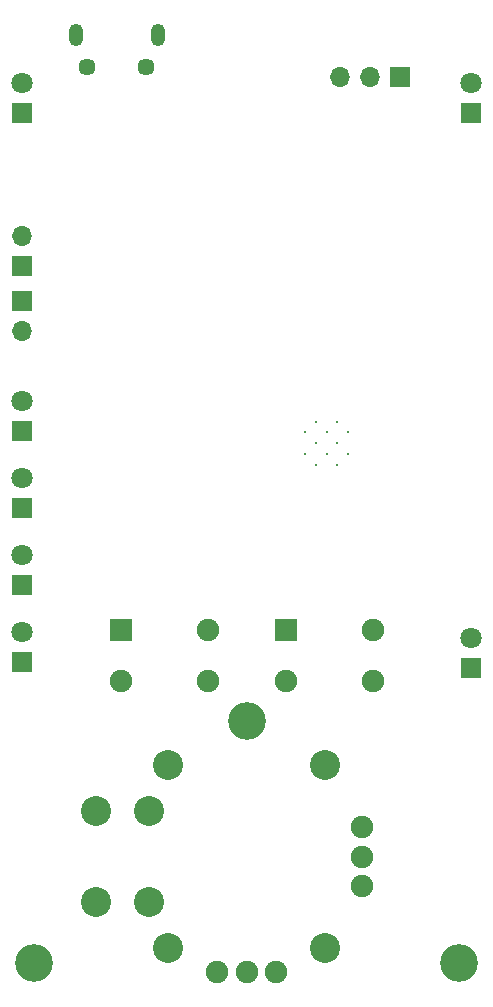
<source format=gbr>
G04 #@! TF.GenerationSoftware,KiCad,Pcbnew,(5.1.10)-1*
G04 #@! TF.CreationDate,2021-06-09T15:44:52+09:00*
G04 #@! TF.ProjectId,controller,636f6e74-726f-46c6-9c65-722e6b696361,rev?*
G04 #@! TF.SameCoordinates,Original*
G04 #@! TF.FileFunction,Soldermask,Bot*
G04 #@! TF.FilePolarity,Negative*
%FSLAX46Y46*%
G04 Gerber Fmt 4.6, Leading zero omitted, Abs format (unit mm)*
G04 Created by KiCad (PCBNEW (5.1.10)-1) date 2021-06-09 15:44:52*
%MOMM*%
%LPD*%
G01*
G04 APERTURE LIST*
%ADD10C,0.300000*%
%ADD11C,3.200000*%
%ADD12O,1.700000X1.700000*%
%ADD13R,1.700000X1.700000*%
%ADD14C,2.540000*%
%ADD15C,1.905000*%
%ADD16R,1.905000X1.905000*%
%ADD17O,1.200000X1.900000*%
%ADD18C,1.450000*%
%ADD19C,1.800000*%
%ADD20R,1.800000X1.800000*%
G04 APERTURE END LIST*
D10*
X26925000Y-36917500D03*
X26925000Y-35082500D03*
X27842500Y-37835000D03*
X27842500Y-36000000D03*
X27842500Y-34165000D03*
X28760000Y-36917500D03*
X28760000Y-35082500D03*
X29677500Y-37835000D03*
X29677500Y-36000000D03*
X29677500Y-34165000D03*
X30595000Y-36917500D03*
X30595000Y-35082500D03*
D11*
X22000000Y-59500000D03*
X4000000Y-80000000D03*
X40000000Y-80000000D03*
D12*
X29920000Y-5000000D03*
X32460000Y-5000000D03*
D13*
X35000000Y-5000000D03*
D14*
X28650000Y-63250000D03*
X15350000Y-63250000D03*
X15350000Y-78750000D03*
X28650000Y-78750000D03*
X13750000Y-67150000D03*
X9250000Y-67150000D03*
X9250000Y-74850000D03*
X13750000Y-74850000D03*
D15*
X31750000Y-68500000D03*
X31750000Y-71000000D03*
X31750000Y-73500000D03*
X19500000Y-80750000D03*
X22000000Y-80750000D03*
X24500000Y-80750000D03*
D16*
X11317000Y-51841000D03*
D15*
X11317000Y-56159000D03*
X18683000Y-56159000D03*
X18683000Y-51841000D03*
D16*
X25317000Y-51841000D03*
D15*
X25317000Y-56159000D03*
X32683000Y-56159000D03*
X32683000Y-51841000D03*
D12*
X3000000Y-18460000D03*
D13*
X3000000Y-21000000D03*
D12*
X3000000Y-26540000D03*
D13*
X3000000Y-24000000D03*
D17*
X7500000Y-1462500D03*
X14500000Y-1462500D03*
D18*
X8500000Y-4162500D03*
X13500000Y-4162500D03*
D19*
X3000000Y-51960000D03*
D20*
X3000000Y-54500000D03*
D19*
X3000000Y-45460000D03*
D20*
X3000000Y-48000000D03*
D19*
X3000000Y-38960000D03*
D20*
X3000000Y-41500000D03*
D19*
X3000000Y-32460000D03*
D20*
X3000000Y-35000000D03*
D19*
X41000000Y-52460000D03*
D20*
X41000000Y-55000000D03*
D19*
X41000000Y-5460000D03*
D20*
X41000000Y-8000000D03*
D19*
X3000000Y-5460000D03*
D20*
X3000000Y-8000000D03*
M02*

</source>
